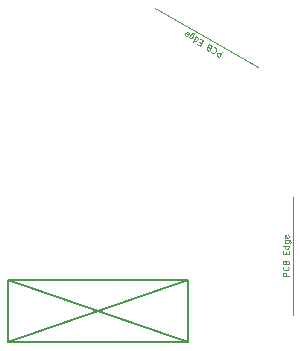
<source format=gbr>
%TF.GenerationSoftware,KiCad,Pcbnew,8.0.2*%
%TF.CreationDate,2025-01-19T21:46:12+07:00*%
%TF.ProjectId,sudi-keyboard,73756469-2d6b-4657-9962-6f6172642e6b,1*%
%TF.SameCoordinates,Original*%
%TF.FileFunction,OtherDrawing,Comment*%
%FSLAX46Y46*%
G04 Gerber Fmt 4.6, Leading zero omitted, Abs format (unit mm)*
G04 Created by KiCad (PCBNEW 8.0.2) date 2025-01-19 21:46:12*
%MOMM*%
%LPD*%
G01*
G04 APERTURE LIST*
%ADD10C,0.100000*%
%ADD11C,0.150000*%
G04 APERTURE END LIST*
D10*
X225812669Y-63879948D02*
X225562669Y-64312960D01*
X225562669Y-64312960D02*
X225397712Y-64217722D01*
X225397712Y-64217722D02*
X225368377Y-64173293D01*
X225368377Y-64173293D02*
X225359662Y-64140769D01*
X225359662Y-64140769D02*
X225362852Y-64087625D01*
X225362852Y-64087625D02*
X225398566Y-64025766D01*
X225398566Y-64025766D02*
X225442996Y-63996431D01*
X225442996Y-63996431D02*
X225475520Y-63987716D01*
X225475520Y-63987716D02*
X225528664Y-63990906D01*
X225528664Y-63990906D02*
X225693621Y-64086144D01*
X225108411Y-63528330D02*
X225140935Y-63519615D01*
X225140935Y-63519615D02*
X225214699Y-63534710D01*
X225214699Y-63534710D02*
X225255938Y-63558519D01*
X225255938Y-63558519D02*
X225305893Y-63614853D01*
X225305893Y-63614853D02*
X225323322Y-63679902D01*
X225323322Y-63679902D02*
X225320132Y-63733046D01*
X225320132Y-63733046D02*
X225293133Y-63827429D01*
X225293133Y-63827429D02*
X225257419Y-63889288D01*
X225257419Y-63889288D02*
X225189180Y-63959862D01*
X225189180Y-63959862D02*
X225144751Y-63989197D01*
X225144751Y-63989197D02*
X225079702Y-64006626D01*
X225079702Y-64006626D02*
X225005938Y-63991532D01*
X225005938Y-63991532D02*
X224964699Y-63967722D01*
X224964699Y-63967722D02*
X224914745Y-63911388D01*
X224914745Y-63911388D02*
X224906030Y-63878864D01*
X224671354Y-63523430D02*
X224621399Y-63467097D01*
X224621399Y-63467097D02*
X224612685Y-63434572D01*
X224612685Y-63434572D02*
X224615874Y-63381428D01*
X224615874Y-63381428D02*
X224651589Y-63319569D01*
X224651589Y-63319569D02*
X224696018Y-63290235D01*
X224696018Y-63290235D02*
X224728542Y-63281520D01*
X224728542Y-63281520D02*
X224781686Y-63284710D01*
X224781686Y-63284710D02*
X224946644Y-63379948D01*
X224946644Y-63379948D02*
X224696644Y-63812960D01*
X224696644Y-63812960D02*
X224552306Y-63729627D01*
X224552306Y-63729627D02*
X224522971Y-63685198D01*
X224522971Y-63685198D02*
X224514257Y-63652673D01*
X224514257Y-63652673D02*
X224517446Y-63599529D01*
X224517446Y-63599529D02*
X224541256Y-63558290D01*
X224541256Y-63558290D02*
X224585685Y-63528955D01*
X224585685Y-63528955D02*
X224618210Y-63520241D01*
X224618210Y-63520241D02*
X224671354Y-63523430D01*
X224671354Y-63523430D02*
X224815691Y-63606764D01*
X224052764Y-63166288D02*
X223908427Y-63082954D01*
X223977520Y-62820424D02*
X224183717Y-62939472D01*
X224183717Y-62939472D02*
X223933717Y-63372484D01*
X223933717Y-63372484D02*
X223727520Y-63253437D01*
X223606366Y-62606138D02*
X223356366Y-63039151D01*
X223594462Y-62626758D02*
X223647606Y-62629948D01*
X223647606Y-62629948D02*
X223730084Y-62677567D01*
X223730084Y-62677567D02*
X223759419Y-62721996D01*
X223759419Y-62721996D02*
X223768134Y-62754520D01*
X223768134Y-62754520D02*
X223764944Y-62807664D01*
X223764944Y-62807664D02*
X223693515Y-62931382D01*
X223693515Y-62931382D02*
X223649086Y-62960717D01*
X223649086Y-62960717D02*
X223616562Y-62969432D01*
X223616562Y-62969432D02*
X223563418Y-62966242D01*
X223563418Y-62966242D02*
X223480939Y-62918623D01*
X223480939Y-62918623D02*
X223451605Y-62874194D01*
X223047926Y-62668623D02*
X223250307Y-62318089D01*
X223250307Y-62318089D02*
X223294736Y-62288754D01*
X223294736Y-62288754D02*
X223327261Y-62280039D01*
X223327261Y-62280039D02*
X223380405Y-62283229D01*
X223380405Y-62283229D02*
X223442264Y-62318944D01*
X223442264Y-62318944D02*
X223471598Y-62363373D01*
X223202688Y-62400567D02*
X223255832Y-62403757D01*
X223255832Y-62403757D02*
X223338311Y-62451376D01*
X223338311Y-62451376D02*
X223367645Y-62495805D01*
X223367645Y-62495805D02*
X223376360Y-62528330D01*
X223376360Y-62528330D02*
X223373170Y-62581474D01*
X223373170Y-62581474D02*
X223301742Y-62705192D01*
X223301742Y-62705192D02*
X223257313Y-62734526D01*
X223257313Y-62734526D02*
X223224788Y-62743241D01*
X223224788Y-62743241D02*
X223171644Y-62740051D01*
X223171644Y-62740051D02*
X223089166Y-62692432D01*
X223089166Y-62692432D02*
X223059831Y-62648003D01*
X222831534Y-62186282D02*
X222884679Y-62189472D01*
X222884679Y-62189472D02*
X222967157Y-62237091D01*
X222967157Y-62237091D02*
X222996492Y-62281520D01*
X222996492Y-62281520D02*
X222993302Y-62334664D01*
X222993302Y-62334664D02*
X222898064Y-62499621D01*
X222898064Y-62499621D02*
X222853635Y-62528956D01*
X222853635Y-62528956D02*
X222800490Y-62525766D01*
X222800490Y-62525766D02*
X222718012Y-62478147D01*
X222718012Y-62478147D02*
X222688677Y-62433717D01*
X222688677Y-62433717D02*
X222691867Y-62380573D01*
X222691867Y-62380573D02*
X222715677Y-62339334D01*
X222715677Y-62339334D02*
X222945683Y-62417142D01*
X231466109Y-82874285D02*
X230966109Y-82874285D01*
X230966109Y-82874285D02*
X230966109Y-82683809D01*
X230966109Y-82683809D02*
X230989919Y-82636190D01*
X230989919Y-82636190D02*
X231013728Y-82612380D01*
X231013728Y-82612380D02*
X231061347Y-82588571D01*
X231061347Y-82588571D02*
X231132776Y-82588571D01*
X231132776Y-82588571D02*
X231180395Y-82612380D01*
X231180395Y-82612380D02*
X231204204Y-82636190D01*
X231204204Y-82636190D02*
X231228014Y-82683809D01*
X231228014Y-82683809D02*
X231228014Y-82874285D01*
X231418490Y-82088571D02*
X231442300Y-82112380D01*
X231442300Y-82112380D02*
X231466109Y-82183809D01*
X231466109Y-82183809D02*
X231466109Y-82231428D01*
X231466109Y-82231428D02*
X231442300Y-82302856D01*
X231442300Y-82302856D02*
X231394680Y-82350475D01*
X231394680Y-82350475D02*
X231347061Y-82374285D01*
X231347061Y-82374285D02*
X231251823Y-82398094D01*
X231251823Y-82398094D02*
X231180395Y-82398094D01*
X231180395Y-82398094D02*
X231085157Y-82374285D01*
X231085157Y-82374285D02*
X231037538Y-82350475D01*
X231037538Y-82350475D02*
X230989919Y-82302856D01*
X230989919Y-82302856D02*
X230966109Y-82231428D01*
X230966109Y-82231428D02*
X230966109Y-82183809D01*
X230966109Y-82183809D02*
X230989919Y-82112380D01*
X230989919Y-82112380D02*
X231013728Y-82088571D01*
X231204204Y-81707618D02*
X231228014Y-81636190D01*
X231228014Y-81636190D02*
X231251823Y-81612380D01*
X231251823Y-81612380D02*
X231299442Y-81588571D01*
X231299442Y-81588571D02*
X231370871Y-81588571D01*
X231370871Y-81588571D02*
X231418490Y-81612380D01*
X231418490Y-81612380D02*
X231442300Y-81636190D01*
X231442300Y-81636190D02*
X231466109Y-81683809D01*
X231466109Y-81683809D02*
X231466109Y-81874285D01*
X231466109Y-81874285D02*
X230966109Y-81874285D01*
X230966109Y-81874285D02*
X230966109Y-81707618D01*
X230966109Y-81707618D02*
X230989919Y-81659999D01*
X230989919Y-81659999D02*
X231013728Y-81636190D01*
X231013728Y-81636190D02*
X231061347Y-81612380D01*
X231061347Y-81612380D02*
X231108966Y-81612380D01*
X231108966Y-81612380D02*
X231156585Y-81636190D01*
X231156585Y-81636190D02*
X231180395Y-81659999D01*
X231180395Y-81659999D02*
X231204204Y-81707618D01*
X231204204Y-81707618D02*
X231204204Y-81874285D01*
X231204204Y-80993333D02*
X231204204Y-80826666D01*
X231466109Y-80755238D02*
X231466109Y-80993333D01*
X231466109Y-80993333D02*
X230966109Y-80993333D01*
X230966109Y-80993333D02*
X230966109Y-80755238D01*
X231466109Y-80326666D02*
X230966109Y-80326666D01*
X231442300Y-80326666D02*
X231466109Y-80374285D01*
X231466109Y-80374285D02*
X231466109Y-80469523D01*
X231466109Y-80469523D02*
X231442300Y-80517142D01*
X231442300Y-80517142D02*
X231418490Y-80540952D01*
X231418490Y-80540952D02*
X231370871Y-80564761D01*
X231370871Y-80564761D02*
X231228014Y-80564761D01*
X231228014Y-80564761D02*
X231180395Y-80540952D01*
X231180395Y-80540952D02*
X231156585Y-80517142D01*
X231156585Y-80517142D02*
X231132776Y-80469523D01*
X231132776Y-80469523D02*
X231132776Y-80374285D01*
X231132776Y-80374285D02*
X231156585Y-80326666D01*
X231132776Y-79874285D02*
X231537538Y-79874285D01*
X231537538Y-79874285D02*
X231585157Y-79898095D01*
X231585157Y-79898095D02*
X231608966Y-79921904D01*
X231608966Y-79921904D02*
X231632776Y-79969523D01*
X231632776Y-79969523D02*
X231632776Y-80040952D01*
X231632776Y-80040952D02*
X231608966Y-80088571D01*
X231442300Y-79874285D02*
X231466109Y-79921904D01*
X231466109Y-79921904D02*
X231466109Y-80017142D01*
X231466109Y-80017142D02*
X231442300Y-80064761D01*
X231442300Y-80064761D02*
X231418490Y-80088571D01*
X231418490Y-80088571D02*
X231370871Y-80112380D01*
X231370871Y-80112380D02*
X231228014Y-80112380D01*
X231228014Y-80112380D02*
X231180395Y-80088571D01*
X231180395Y-80088571D02*
X231156585Y-80064761D01*
X231156585Y-80064761D02*
X231132776Y-80017142D01*
X231132776Y-80017142D02*
X231132776Y-79921904D01*
X231132776Y-79921904D02*
X231156585Y-79874285D01*
X231442300Y-79445714D02*
X231466109Y-79493333D01*
X231466109Y-79493333D02*
X231466109Y-79588571D01*
X231466109Y-79588571D02*
X231442300Y-79636190D01*
X231442300Y-79636190D02*
X231394680Y-79659999D01*
X231394680Y-79659999D02*
X231204204Y-79659999D01*
X231204204Y-79659999D02*
X231156585Y-79636190D01*
X231156585Y-79636190D02*
X231132776Y-79588571D01*
X231132776Y-79588571D02*
X231132776Y-79493333D01*
X231132776Y-79493333D02*
X231156585Y-79445714D01*
X231156585Y-79445714D02*
X231204204Y-79421904D01*
X231204204Y-79421904D02*
X231251823Y-79421904D01*
X231251823Y-79421904D02*
X231299442Y-79659999D01*
X225812669Y-63879950D02*
X225562669Y-64312962D01*
X225562669Y-64312962D02*
X225397712Y-64217724D01*
X225397712Y-64217724D02*
X225368377Y-64173295D01*
X225368377Y-64173295D02*
X225359662Y-64140771D01*
X225359662Y-64140771D02*
X225362852Y-64087627D01*
X225362852Y-64087627D02*
X225398566Y-64025768D01*
X225398566Y-64025768D02*
X225442996Y-63996433D01*
X225442996Y-63996433D02*
X225475520Y-63987718D01*
X225475520Y-63987718D02*
X225528664Y-63990908D01*
X225528664Y-63990908D02*
X225693621Y-64086146D01*
X225108411Y-63528332D02*
X225140935Y-63519617D01*
X225140935Y-63519617D02*
X225214699Y-63534712D01*
X225214699Y-63534712D02*
X225255938Y-63558521D01*
X225255938Y-63558521D02*
X225305893Y-63614855D01*
X225305893Y-63614855D02*
X225323322Y-63679904D01*
X225323322Y-63679904D02*
X225320132Y-63733048D01*
X225320132Y-63733048D02*
X225293133Y-63827431D01*
X225293133Y-63827431D02*
X225257419Y-63889290D01*
X225257419Y-63889290D02*
X225189180Y-63959864D01*
X225189180Y-63959864D02*
X225144751Y-63989199D01*
X225144751Y-63989199D02*
X225079702Y-64006628D01*
X225079702Y-64006628D02*
X225005938Y-63991534D01*
X225005938Y-63991534D02*
X224964699Y-63967724D01*
X224964699Y-63967724D02*
X224914745Y-63911390D01*
X224914745Y-63911390D02*
X224906030Y-63878866D01*
X224671354Y-63523432D02*
X224621399Y-63467099D01*
X224621399Y-63467099D02*
X224612685Y-63434574D01*
X224612685Y-63434574D02*
X224615874Y-63381430D01*
X224615874Y-63381430D02*
X224651589Y-63319571D01*
X224651589Y-63319571D02*
X224696018Y-63290237D01*
X224696018Y-63290237D02*
X224728542Y-63281522D01*
X224728542Y-63281522D02*
X224781686Y-63284712D01*
X224781686Y-63284712D02*
X224946644Y-63379950D01*
X224946644Y-63379950D02*
X224696644Y-63812962D01*
X224696644Y-63812962D02*
X224552306Y-63729629D01*
X224552306Y-63729629D02*
X224522971Y-63685200D01*
X224522971Y-63685200D02*
X224514257Y-63652675D01*
X224514257Y-63652675D02*
X224517446Y-63599531D01*
X224517446Y-63599531D02*
X224541256Y-63558292D01*
X224541256Y-63558292D02*
X224585685Y-63528957D01*
X224585685Y-63528957D02*
X224618210Y-63520243D01*
X224618210Y-63520243D02*
X224671354Y-63523432D01*
X224671354Y-63523432D02*
X224815691Y-63606766D01*
X224052764Y-63166290D02*
X223908427Y-63082956D01*
X223977520Y-62820426D02*
X224183717Y-62939474D01*
X224183717Y-62939474D02*
X223933717Y-63372486D01*
X223933717Y-63372486D02*
X223727520Y-63253439D01*
X223606366Y-62606140D02*
X223356366Y-63039153D01*
X223594462Y-62626760D02*
X223647606Y-62629950D01*
X223647606Y-62629950D02*
X223730084Y-62677569D01*
X223730084Y-62677569D02*
X223759419Y-62721998D01*
X223759419Y-62721998D02*
X223768134Y-62754522D01*
X223768134Y-62754522D02*
X223764944Y-62807666D01*
X223764944Y-62807666D02*
X223693515Y-62931384D01*
X223693515Y-62931384D02*
X223649086Y-62960719D01*
X223649086Y-62960719D02*
X223616562Y-62969434D01*
X223616562Y-62969434D02*
X223563418Y-62966244D01*
X223563418Y-62966244D02*
X223480939Y-62918625D01*
X223480939Y-62918625D02*
X223451605Y-62874196D01*
X223047926Y-62668625D02*
X223250307Y-62318091D01*
X223250307Y-62318091D02*
X223294736Y-62288756D01*
X223294736Y-62288756D02*
X223327261Y-62280041D01*
X223327261Y-62280041D02*
X223380405Y-62283231D01*
X223380405Y-62283231D02*
X223442264Y-62318946D01*
X223442264Y-62318946D02*
X223471598Y-62363375D01*
X223202688Y-62400569D02*
X223255832Y-62403759D01*
X223255832Y-62403759D02*
X223338311Y-62451378D01*
X223338311Y-62451378D02*
X223367645Y-62495807D01*
X223367645Y-62495807D02*
X223376360Y-62528332D01*
X223376360Y-62528332D02*
X223373170Y-62581476D01*
X223373170Y-62581476D02*
X223301742Y-62705194D01*
X223301742Y-62705194D02*
X223257313Y-62734528D01*
X223257313Y-62734528D02*
X223224788Y-62743243D01*
X223224788Y-62743243D02*
X223171644Y-62740053D01*
X223171644Y-62740053D02*
X223089166Y-62692434D01*
X223089166Y-62692434D02*
X223059831Y-62648005D01*
X222831534Y-62186284D02*
X222884679Y-62189474D01*
X222884679Y-62189474D02*
X222967157Y-62237093D01*
X222967157Y-62237093D02*
X222996492Y-62281522D01*
X222996492Y-62281522D02*
X222993302Y-62334666D01*
X222993302Y-62334666D02*
X222898064Y-62499623D01*
X222898064Y-62499623D02*
X222853635Y-62528958D01*
X222853635Y-62528958D02*
X222800490Y-62525768D01*
X222800490Y-62525768D02*
X222718012Y-62478149D01*
X222718012Y-62478149D02*
X222688677Y-62433719D01*
X222688677Y-62433719D02*
X222691867Y-62380575D01*
X222691867Y-62380575D02*
X222715677Y-62339336D01*
X222715677Y-62339336D02*
X222945683Y-62417144D01*
%TO.C,J1*%
X220172373Y-60220658D02*
X228832627Y-65220658D01*
D11*
%TO.C,AE1*%
X207700000Y-88450002D02*
X207700000Y-83249999D01*
X222900000Y-83250000D02*
X207700000Y-83249999D01*
X222900000Y-83250000D02*
X207700000Y-88450002D01*
X222900003Y-88449998D02*
X207700000Y-83249999D01*
X222900003Y-88449998D02*
X207700000Y-88450002D01*
X222900003Y-88449998D02*
X222900000Y-83250000D01*
D10*
%TO.C,P1*%
X231814999Y-76160000D02*
X231815001Y-86160001D01*
%TO.C,J5*%
X220172375Y-60220657D02*
X228832627Y-65220657D01*
%TD*%
M02*

</source>
